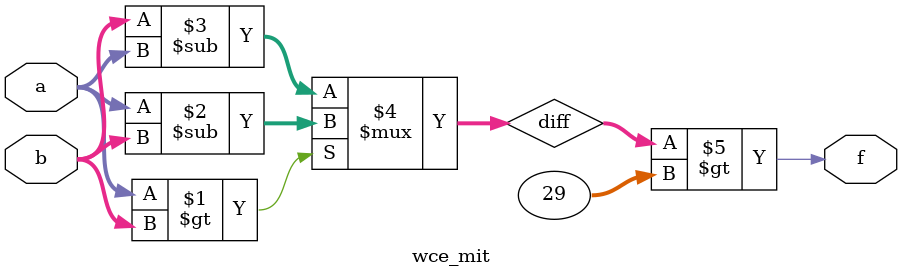
<source format=v>
module wce_mit(a, b, f);
parameter _bit = 9;
parameter wce = 29;
input [_bit - 1: 0] a;
input [_bit - 1: 0] b;
output f;
wire [_bit - 1: 0] diff;
assign diff = (a > b)? (a - b): (b - a);
assign f = (diff > wce);
endmodule

</source>
